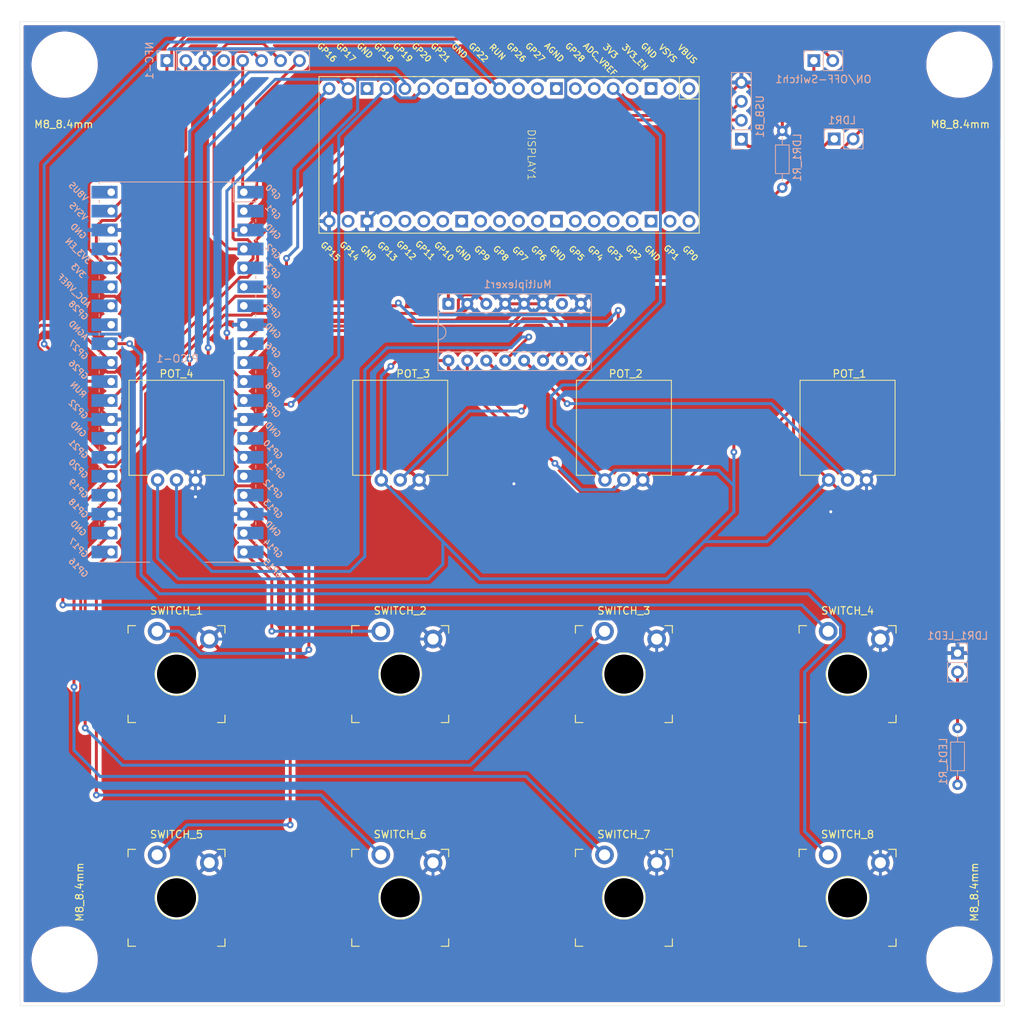
<source format=kicad_pcb>
(kicad_pcb (version 20241229) (generator "pcbnew") (generator_version "9.0")
  (layers (0 "F.Cu" signal) (2 "B.Cu" signal) (13 "F.Paste" user) (15 "B.Paste" user) (5 "F.SilkS" user "F.Silkscreen") (7 "B.SilkS" user "B.Silkscreen") (1 "F.Mask" user) (3 "B.Mask" user) (25 "Edge.Cuts" user))
  (net 0 "")
  (net 1 "GND")
  (net 2 "GP21")
  (net 3 "GP20")
  (net 4 "LED")
  (net 5 "Net-(Multiplexer1-A1)")
  (net 6 "3V3")
  (net 7 "Net-(Multiplexer1-S2)")
  (net 9 "Net-(Multiplexer1-A2)")
  (net 10 "POTS")
  (net 11 "Net-(Multiplexer1-S1)")
  (net 12 "Net-(Multiplexer1-A0)")
  (net 13 "Net-(Multiplexer1-S0)")
  (net 14 "Net-(Multiplexer1-A3)")
  (net 15 "GP22")
  (net 16 "Net-(NFC-1-MISO{slash}SCL{slash}TX)")
  (net 18 "Net-(NFC-1-SCK)")
  (net 19 "Net-(NFC-1-MOSI)")
  (net 20 "Net-(PICO-1-I2C1_SDA{slash}SPI0_SCK{slash}GP18)")
  (net 21 "Net-(DISPLAY1-RESET)")
  (net 23 "Net-(PICO-1-I2C1_SDA{slash}SPI1_SCK{slash}GP14)")
  (net 24 "Net-(PICO-1-UART0_TX{slash}I2C0_SDA{slash}SPI0_RX{slash}GP16)")
  (net 25 "Net-(PICO-1-UART0_RX{slash}I2C0_SCL{slash}SPI1_CSN{slash}GP13)")
  (net 26 "Net-(NFC-1-SS{slash}SDA{slash}RX)")
  (net 27 "Net-(DISPLAY1-BACKLIGHT_EN)")
  (net 28 "Net-(PICO-1-UART0_RX{slash}I2C0_SCL{slash}SPI0_CSN{slash}GP17)")
  (net 29 "Net-(DISPLAY1-LCD_SCLK)")
  (net 30 "Net-(PICO-1-I2C1_SCL{slash}SPI1_TX{slash}GP15)")
  (net 31 "Net-(DISPLAY1-LCD_MOSI)")
  (net 33 "Net-(PICO-1-I2C1_SCL{slash}SPI0_TX{slash}GP19)")
  (net 34 "Net-(DISPLAY1-LCD_DC)")
  (net 35 "Net-(DISPLAY1-LCD_CS)")
  (net 42 "Net-(Multiplexer1-A4)")
  (net 43 "+5V")
  (net 48 "Net-(PICO-1-I2C1_SCL{slash}ADC1{slash}GP27)")
  (net 54 "Net-(LDR1_LED1-A)")
  (net 55 "Net-(ON/OFF-Switch1A-A)")
  (footprint "Gateron:SW_Gateron_LowProfile_HotSwap_THT (1)" (layer "F.Cu") (at 69.75 106.7766)
    (property "Reference" "SWITCH_2" (hide yes))
    (property "Value" "SW_Push" (hide yes))
  )
  (footprint "PIM580:display-footprint" (layer "F.Cu") (at 86.85 37.14 -90)
    (property "Reference" "DISPLAY1")
    (property "Value" "~")
  )
  (footprint "Gateron:SW_Gateron_LowProfile_HotSwap_THT (1)" (layer "F.Cu") (at 69.75 136.7766)
    (property "Reference" "SWITCH_6" (hide yes))
    (property "Value" "SW_Push" (hide yes))
  )
  (footprint "Potentiometer_THT:Potentiometer_Vishay_148-149_Single_Vertical" (layer "F.Cu") (at 42.29 80.74 90)
    (property "Reference" "POT_4")
    (property "Value" "R_Potentiometer")
  )
  (footprint "Gateron:SW_Gateron_LowProfile_HotSwap_THT (1)" (layer "F.Cu") (at 99.75 106.7766)
    (property "Reference" "SWITCH_3" (hide yes))
    (property "Value" "SW_Push" (hide yes))
  )
  (footprint "MountingHole:MountingHole_8.4mm_M8_ETIMC" (layer "F.Cu") (at 144.75 25.04)
    (property "Reference" "MOUNTING_HOLE_2" (hide yes))
    (property "Value" "M8_8.4mm")
  )
  (footprint "Gateron:SW_Gateron_LowProfile_HotSwap_THT (1)" (layer "F.Cu") (at 39.75 136.7766)
    (property "Reference" "SWITCH_5" (hide yes))
    (property "Value" "SW_Push" (hide yes))
  )
  (footprint "Potentiometer_THT:Potentiometer_Vishay_148-149_Single_Vertical" (layer "F.Cu") (at 132.29 80.74 90)
    (property "Reference" "POT_1")
    (property "Value" "R_Potentiometer")
  )
  (footprint "Gateron:SW_Gateron_LowProfile_HotSwap_THT (1)" (layer "F.Cu") (at 39.75 106.7766)
    (property "Reference" "SWITCH_1" (hide yes))
    (property "Value" "SW_Push" (hide yes))
  )
  (footprint "MountingHole:MountingHole_8.4mm_M8_ETIMC" (layer "F.Cu") (at 24.75 25.04)
    (property "Reference" "MOUNTING_HOLE_1" (hide yes))
    (property "Value" "M8_8.4mm")
  )
  (footprint "Gateron:SW_Gateron_LowProfile_HotSwap_THT (1)" (layer "F.Cu") (at 99.75 136.7766)
    (property "Reference" "SWITCH_7" (hide yes))
    (property "Value" "SW_Push" (hide yes))
  )
  (footprint "Gateron:SW_Gateron_LowProfile_HotSwap_THT (1)" (layer "F.Cu") (at 129.75 106.7766)
    (property "Reference" "SWITCH_4" (hide yes))
    (property "Value" "SW_Push" (hide yes))
  )
  (footprint "Gateron:SW_Gateron_LowProfile_HotSwap_THT (1)" (layer "F.Cu") (at 129.75 136.7766)
    (property "Reference" "SWITCH_8" (hide yes))
    (property "Value" "SW_Push" (hide yes))
  )
  (footprint "MountingHole:MountingHole_8.4mm_M8_ETIMC" (layer "F.Cu") (at 24.75 145.04)
    (property "Reference" "MOUNTING_HOLE_3" (hide yes))
    (property "Value" "M8_8.4mm")
  )
  (footprint "Potentiometer_THT:Potentiometer_Vishay_148-149_Single_Vertical" (layer "F.Cu") (at 102.29 80.74 90)
    (property "Reference" "POT_2")
    (property "Value" "R_Potentiometer")
  )
  (footprint "MountingHole:MountingHole_8.4mm_M8_ETIMC" (layer "F.Cu") (at 144.75 145.04)
    (property "Reference" "MOUNTING_HOLE_4" (hide yes))
    (property "Value" "M8_8.4mm")
  )
  (footprint "Potentiometer_THT:Potentiometer_Vishay_148-149_Single_Vertical" (layer "F.Cu") (at 72.29 80.74 90)
    (property "Reference" "POT_3")
    (property "Value" "R_Potentiometer")
  )
  (footprint "Connector_PinHeader_2.54mm:PinHeader_1x02_P2.54mm_Vertical" (layer "B.Cu") (at 144.5 103.96 180)
    (property "Reference" "LDR1_LED1")
    (property "Value" "RED")
  )
  (footprint "Package_DIP:DIP-16_W7.62mm_Socket" (layer "B.Cu") (at 76.21 57.11 -90)
    (property "Reference" "Multiplexer1")
    (property "Value" "74HC4051")
  )
  (footprint "Connector_PinHeader_2.54mm:PinHeader_1x08_P2.54mm_Vertical" (layer "B.Cu") (at 38.46 24.5 -90)
    (property "Reference" "NFC-1")
    (property "Value" "RC522")
  )
  (footprint "Connector_PinHeader_2.54mm:PinHeader_1x04_P2.54mm_Vertical" (layer "B.Cu") (at 115.5 35.04)
    (property "Reference" "USB_B1")
    (property "Value" "USB_B")
  )
  (footprint "Resistor_THT:R_Axial_DIN0204_L3.6mm_D1.6mm_P7.62mm_Horizontal" (layer "B.Cu") (at 144.5 114 -90)
    (property "Reference" "LED1_R1")
    (property "Value" "120")
  )
  (footprint "Connector_PinHeader_2.54mm:PinHeader_1x02_P2.54mm_Vertical" (layer "B.Cu") (at 125.225 24.5 -90)
    (property "Reference" "ON/OFF-Switch1")
    (property "Value" "KCD1-101")
  )
  (footprint "Connector_PinHeader_2.54mm:PinHeader_1x02_P2.54mm_Vertical" (layer "B.Cu") (at 127.96 35 -90)
    (property "Reference" "LDR1")
    (property "Value" "LDR03")
  )
  (footprint "RASPBERRY_PI_PICO_W:pico-footprint" (layer "B.Cu") (at 39.88 66.2689 180)
    (property "Reference" "PICO-1")
    (property "Value" "RASPBERRY_PI_PICO_W")
  )
  (footprint "Resistor_THT:R_Axial_DIN0204_L3.6mm_D1.6mm_P7.62mm_Horizontal" (layer "B.Cu") (at 121 33.92 -90)
    (property "Reference" "LDR1_R1")
    (property "Value" "???")
  )
  (gr_rect (start 18.75 19.26) (end 150.75 151.26) (stroke (width 0.05)) (fill no) (layer "Edge.Cuts"))
  (gr_text "ETIMC Controller v6\nDe Danske Geder\nSpilTek 2022" (at 149.5 73 90) (layer "F.Cu") (effects (font (size 2.5 2.5) (thickness 0.5) (bold yes)) (justify left bottom)))
  (segment (start 43.54 24.5) (end 43.54 41.1789) (width 0.4) (layer "F.Cu") (net 1))
  (segment (start 80.64 59) (end 81.94 59) (width 0.4) (layer "F.Cu") (net 1))
  (segment (start 77 59.5) (end 49.1889 59.5) (width 0.4) (layer "F.Cu") (net 1))
  (segment (start 121 32.5) (end 121 33.92) (width 0.4) (layer "F.Cu") (net 1))
  (segment (start 81.5 83.5) (end 59.065054 83.5) (width 0.4) (layer "F.Cu") (net 1))
  (segment (start 48.77 47.2189) (end 64.9889 31) (width 0.4) (layer "F.Cu") (net 1))
  (segment (start 31.470182 56.0899) (end 24.560158 56.0899) (width 0.4) (layer "F.Cu") (net 1))
  (segment (start 43.54 41.1789) (end 37.5 47.2189) (width 0.4) (layer "F.Cu") (net 1))
  (segment (start 26.899 89.4099) (end 30.99 85.3189) (width 0.4) (layer "F.Cu") (net 1))
  (segment (start 48.539474 47.2189) (end 48.77 47.2189) (width 0.4) (layer "F.Cu") (net 1))
  (segment (start 46.174257 81.5279) (end 44.702157 83) (width 0.4) (layer "F.Cu") (net 1))
  (segment (start 30.471818 66.2879) (end 31.508182 66.2879) (width 0.4) (layer "F.Cu") (net 1))
  (segment (start 30.915404 72.6189) (end 21.149 62.852496) (width 0.4) (layer "F.Cu") (net 1))
  (segment (start 30.99 85.3189) (end 43.6811 85.3189) (width 0.4) (layer "F.Cu") (net 1))
  (segment (start 84.292 57.11) (end 86.37 57.11) (width 0.4) (layer "F.Cu") (net 1))
  (segment (start 49.1889 59.5) (end 48.77 59.9189) (width 0.4) (layer "F.Cu") (net 1))
  (segment (start 21.647504 61.649) (end 25.832918 61.649) (width 0.4) (layer "F.Cu") (net 1))
  (segment (start 92.789 55.909) (end 93.99 57.11) (width 0.4) (layer "F.Cu") (net 1))
  (segment (start 44.702157 83) (end 42.29 83) (width 0.4) (layer "F.Cu") (net 1))
  (segment (start 24.560158 56.0899) (end 19.899 60.751058) (width 0.4) (layer "F.Cu") (net 1))
  (segment (start 127.5 85) (end 89.5 85) (width 0.4) (layer "F.Cu") (net 1))
  (segment (start 19.899 103.602496) (end 25.647504 109.351) (width 0.4) (layer "F.Cu") (net 1))
  (segment (start 78.75 57.11) (end 80.64 59) (width 0.4) (layer "F.Cu") (net 1))
  (segment (start 64.9889 31) (end 111.88 31) (width 0.4) (layer "F.Cu") (net 1))
  (segment (start 34.3099 58.929618) (end 31.470182 56.0899) (width 0.4) (layer "F.Cu") (net 1))
  (segment (start 85.75 81.25) (end 85 81.25) (width 0.4) (layer "F.Cu") (net 1))
  (segment (start 83.75 81.25) (end 81.5 83.5) (width 0.4) (layer "F.Cu") (net 1))
  (segment (start 21.149 62.147504) (end 21.647504 61.649) (width 0.4) (layer "F.Cu") (net 1))
  (segment (start 90.111 55.909) (end 92.789 55.909) (width 0.4) (layer "F.Cu") (net 1))
  (segment (start 34.3099 63.486182) (end 34.3099 58.929618) (width 0.4) (layer "F.Cu") (net 1))
  (segment (start 86.37 57.11) (end 88.91 57.11) (width 0.4) (layer "F.Cu") (net 1))
  (segment (start 78.75 57.75) (end 77 59.5) (width 0.4) (layer "F.Cu") (net 1))
  (segment (start 89.5 85) (end 85.75 81.25) (width 0.4) (layer "F.Cu") (net 1))
  (segment (start 43.6089 85.3189) (end 43.6811 85.3189) (width 0.4) (layer "F.Cu") (net 1))
  (segment (start 111.88 31) (end 115.5 27.38) (width 0.4) (layer "F.Cu") (net 1))
  (segment (start 59.065054 83.5) (end 57.092954 81.5279) (width 0.4) (layer "F.Cu") (net 1))
  (segment (start 21.149 62.852496) (end 21.149 62.147504) (width 0.4) (layer "F.Cu") (net 1))
  (segment (start 26.899 109) (end 26.899 89.4099) (width 0.4) (layer "F.Cu") (net 1))
  (segment (start 19.899 60.751058) (end 19.899 103.602496) (width 0.4) (layer "F.Cu") (net 1))
  (segment (start 115.5 27.42) (end 115.92 27.42) (width 0.4) (layer "F.Cu") (net 1))
  (segment (start 78.75 57.11) (end 78.75 57.75) (width 0.4) (layer "F.Cu") (net 1))
  (segment (start 42.29 84) (end 43.6089 85.3189) (width 0.4) (layer "F.Cu") (net 1))
  (segment (start 30.99 72.6189) (end 30.915404 72.6189) (width 0.4) (layer "F.Cu") (net 1))
  (segment (start 43.6811 85.3189) (end 48.77 85.3189) (width 0.4) (layer "F.Cu") (net 1))
  (segment (start 26.548 109.351) (end 26.899 109) (width 0.4) (layer "F.Cu") (net 1))
  (segment (start 57.092954 81.5279) (end 46.174257 81.5279) (width 0.4) (layer "F.Cu") (net 1))
  (segment (start 85 81.25) (end 83.75 81.25) (width 0.4) (layer "F.Cu") (net 1))
  (segment (start 115.92 27.42) (end 121 32.5) (width 0.4) (layer "F.Cu") (net 1))
  (segment (start 25.832918 61.649) (end 30.471818 66.2879) (width 0.4) (layer "F.Cu") (net 1))
  (segment (start 37.5 47.2189) (end 30.99 47.2189) (width 0.4) (layer "F.Cu") (net 1))
  (segment (start 81.94 59) (end 83.83 57.11) (width 0.4) (layer "F.Cu") (net 1))
  (segment (start 25.647504 109.351) (end 26.548 109.351) (width 0.4) (layer "F.Cu") (net 1))
  (segment (start 42.29 83) (end 42.29 84) (width 0.4) (layer "F.Cu") (net 1))
  (segment (start 31.508182 66.2879) (end 34.3099 63.486182) (width 0.4) (layer "F.Cu") (net 1))
  (segment (start 88.91 57.11) (end 90.111 55.909) (width 0.4) (layer "F.Cu") (net 1))
  (via (at 42.29 83) (size 0.9) (drill 0.4) (layers "F.Cu" "B.Cu") (net 1))
  (via (at 85 81.25) (size 0.9) (drill 0.4) (layers "F.Cu" "B.Cu") (net 1))
  (via (at 127.5 85) (size 0.9) (drill 0.4) (layers "F.Cu" "B.Cu") (net 1))
  (segment (start 101.449 99.3756) (end 104.15 102.0766) (width 0.4) (layer "B.Cu") (net 1))
  (segment (start 131 145.5) (end 107.5 145.5) (width 0.4) (layer "B.Cu") (net 1))
  (segment (start 89.5 21) (end 91.951 23.451) (width 0.4) (layer "B.Cu") (net 1))
  (segment (start 130 85) (end 132.29 82.71) (width 0.4) (layer "B.Cu") (net 1))
  (segment (start 42.29 80.74) (end 42.29 83) (width 0.4) (layer "B.Cu") (net 1))
  (segment (start 20 64) (end 20 38.5) (width 0.4) (layer "B.Cu") (net 1))
  (segment (start 76.851 99.3756) (end 101.449 99.3756) (width 0.4) (layer "B.Cu") (net 1))
  (segment (start 74.15 132.0766) (end 74.15 142.15) (width 0.4) (layer "B.Cu") (net 1))
  (segment (start 91.951 29.501) (end 79.952 41.5) (width 0.4) (layer "B.Cu") (net 1))
  (segment (start 104.15 132.0766) (end 104.15 142.15) (width 0.4) (layer "B.Cu") (net 1))
  (segment (start 70.679133 102.0766) (end 74.15 102.0766) (width 0.4) (layer "B.Cu") (net 1))
  (segment (start 42.29 80.74) (end 42.29 68.7169) (width 0.4) (layer "B.Cu") (net 1))
  (segment (start 61.821867 102.6776) (end 70.078133 102.6776) (width 0.4) (layer "B.Cu") (net 1))
  (segment (start 132.29 82.71) (end 132.29 80.74) (width 0.4) (layer "B.Cu") (net 1))
  (segment (start 104.15 142.15) (end 107.5 145.5) (width 0.4) (layer "B.Cu") (net 1))
  (segment (start 42.29 68.7169) (end 34.743 61.1699) (width 0.4) (layer "B.Cu") (net 1))
  (segment (start 74.15 142.15) (end 77.5 145.5) (width 0.4) (layer "B.Cu") (net 1))
  (segment (start 88.142 82.642) (end 90 82.642) (width 0.4) (layer "B.Cu") (net 1))
  (segment (start 104.15 102.0766) (end 104.15 132.0766) (width 0.4) (layer "B.Cu") (net 1))
  (segment (start 90 82.642) (end 100.388 82.642) (width 0.4) (layer "B.Cu") (net 1))
  (segment (start 57.5734 145.5) (end 44.15 132.0766) (width 0.4) (layer "B.Cu") (net 1))
  (segment (start 70.078133 102.6776) (end 70.679133 102.0766) (width 0.4) (layer "B.Cu") (net 1))
  (segment (start 127.5 85) (end 130 85) (width 0.4) (layer "B.Cu") (net 1))
  (segment (start 91.951 23.451) (end 91.951 29.501) (width 0.4) (layer "B.Cu") (net 1))
  (segment (start 21.5 65.5) (end 20 64) (width 0.4) (layer "B.Cu") (net 1))
  (segment (start 77.5 145.5) (end 57.5734 145.5) (width 0.4) (layer "B.Cu") (net 1))
  (segment (start 50.532 72.6189) (end 48.77 72.6189) (width 0.4) (layer "B.Cu") (net 1))
  (segment (start 74.15 102.0766) (end 76.851 99.3756) (width 0.4) (layer "B.Cu") (net 1))
  (segment (start 20 38.5) (end 37.5 21) (width 0.4) (layer "B.Cu") (net 1))
  (segment (start 134.15 132.0766) (end 134.15 102.0766) (width 0.4) (layer "B.Cu") (net 1))
  (segment (start 23.5 65.5) (end 21.5 65.5) (width 0.4) (layer "B.Cu") (net 1))
  (segment (start 72.29 80.74) (end 74.192 82.642) (width 0.4) (layer "B.Cu") (net 1))
  (segment (start 100.388 82.642) (end 102.29 80.74) (width 0.4) (layer "B.Cu") (net 1))
  (segment (start 74.192 82.642) (end 90 82.642) (width 0.4) (layer "B.Cu") (net 1))
  (segment (start 37.5 21) (end 89.5 21) (width 0.4) (layer "B.Cu") (net 1))
  (segment (start 85 81.25) (end 86.75 81.25) (width 0.4) (layer "B.Cu") (net 1))
  (segment (start 44.15 102.0766) (end 61.220867 102.0766) (width 0.4) (layer "B.Cu") (net 1))
  (segment (start 61.220867 102.0766) (end 61.821867 102.6776) (width 0.4) (layer "B.Cu") (net 1))
  (segment (start 27.8301 61.1699) (end 23.5 65.5) (width 0.4) (layer "B.Cu") (net 1))
  (segment (start 134.15 142.35) (end 131 145.5) (width 0.4) (layer "B.Cu") (net 1))
  (segment (start 34.743 61.1699) (end 27.8301 61.1699) (width 0.4) (layer "B.Cu") (net 1))
  (segment (start 86.75 81.25) (end 88.142 82.642) (width 0.4) (layer "B.Cu") (net 1))
  (segment (start 69.83 41.5) (end 65.3 46.03) (width 0.4) (layer "B.Cu") (net 1))
  (segment (start 107.5 145.5) (end 77.5 145.5) (width 0.4) (layer "B.Cu") (net 1))
  (segment (start 134.15 132.0766) (end 134.15 142.35) (width 0.4) (layer "B.Cu") (net 1))
  (segment (start 79.952 41.5) (end 69.83 41.5) (width 0.4) (layer "B.Cu") (net 1))
  (segment (start 67.141 31.859) (end 67 32) (width 0.4) (layer "F.Cu") (net 2))
  (segment (start 50.021 52.817082) (end 49.288182 53.5499) (width 0.4) (layer "F.Cu") (net 2))
  (segment (start 49.288182 53.5499) (end 48.289818 53.5499) (width 0.4) (layer "F.Cu") (net 2))
  (segment (start 48.289818 53.5499) (end 33.5 68.339718) (width 0.4) (layer "F.Cu") (net 2))
  (segment (start 50.622 48.991776) (end 50.622 51.296842) (width 0.4) (layer "F.Cu") (net 2))
  (segment (start 67 32) (end 50.315112 48.684888) (width 0.4) (layer "F.Cu") (net 2))
  (segment (start 50.315112 48.684888) (end 50.622 48.991776) (width 0.4) (layer "F.Cu") (net 2))
  (segment (start 50.021 51.897842) (end 50.021 52.817082) (width 0.4) (layer "F.Cu") (net 2))
  (segment (start 33.5 68.339718) (end 33.5 72.6489) (width 0.4) (layer "F.Cu") (net 2))
  (segment (start 33.5 72.6489) (end 30.99 75.1589) (width 0.4) (layer "F.Cu") (net 2))
  (segment (start 50.622 51.296842) (end 50.021 51.897842) (width 0.4) (layer "F.Cu") (net 2))
  (segment (start 113.561 31.859) (end 67.141 31.859) (width 0.4) (layer "F.Cu") (net 2))
  (segment (start 115.5 29.92) (end 113.561 31.859) (width 0.4) (layer "F.Cu") (net 2))
  (segment (start 67.899 33.101) (end 57.624 43.376) (width 0.4) (layer "F.Cu") (net 3))
  (segment (start 57.624 50.876) (end 52.4101 56.0899) (width 0.4) (layer "F.Cu") (net 3))
  (segment (start 68.54 32.46) (end 67.899 33.101) (width 0.4) (layer "F.Cu") (net 3))
  (segment (start 115.5 32.46) (end 68.54 32.46) (width 0.4) (layer "F.Cu") (net 3))
  (segment (start 52.4101 56.0899) (end 47.6581 56.0899) (width 0.4) (layer "F.Cu") (net 3))
  (segment (start 35 73.6889) (end 30.99 77.6989) (width 0.4) (layer "F.Cu") (net 3))
  (segment (start 47.6581 56.0899) (end 35 68.748) (width 0.4) (layer "F.Cu") (net 3))
  (segment (start 35 68.748) (end 35 73.6889) (width 0.4) (layer "F.Cu") (net 3))
  (segment (start 57.624 43.376) (end 57.624 50.876) (width 0.4) (layer "F.Cu") (net 3))
  (segment (start 86.5 71) (end 86.5 69.94) (width 0.4) (layer "F.Cu") (net 5))
  (segment (start 86.5 69.94) (end 81.29 64.73) (width 0.4) (layer "F.Cu") (net 5))
  (segment (start 86 71.5) (end 86.5 71) (width 0.4) (layer "F.Cu") (net 5))
  (via (at 86 71.5) (size 0.9) (drill 0.4) (layers "F.Cu" "B.Cu") (net 5))
  (segment (start 78.99 71.5) (end 86 71.5) (width 0.4) (layer "B.Cu") (net 5))
  (segment (start 69.75 80.74) (end 78.99 71.5) (width 0.4) (layer "B.Cu") (net 5))
  (segment (start 114.5 74.5) (end 119 74.5) (width 0.4) (layer "F.Cu") (net 6))
  (segment (start 131.651 23.249) (end 129.402 21) (width 0.4) (layer "F.Cu") (net 6))
  (segment (start 38.46 30.54) (end 28 41) (width 0.4) (layer "F.Cu") (net 6))
  (segment (start 76.21 65.86137) (end 93.84863 83.5) (width 0.4) (layer "F.Cu") (net 6))
  (segment (start 28 49.769953) (end 30.528947 52.2989) (width 0.4) (layer "F.Cu") (net 6))
  (segment (start 122.5 71) (end 122.5 70) (width 0.4) (layer "F.Cu") (net 6))
  (segment (start 76.21 64.73) (end 76.21 65.86137) (width 0.4) (layer "F.Cu") (net 6))
  (segment (start 122.5 70) (end 122.5 42.86) (width 0.4) (layer "F.Cu") (net 6))
  (segment (start 68.5 65.5) (end 69.27 64.73) (width 0.4) (layer "F.Cu") (net 6))
  (segment (start 119 74.5) (end 122.5 71) (width 0.4) (layer "F.Cu") (net 6))
  (segment (start 28 41) (end 28 49.769953) (width 0.4) (layer "F.Cu") (net 6))
  (segment (start 122.5 42.86) (end 131.651 33.709) (width 0.4) (layer "F.Cu") (net 6))
  (segment (start 93.84863 83.5) (end 105.5 83.5) (width 0.4) (layer "F.Cu") (net 6))
  (segment (start 122.5 76) (end 122.5 70) (width 0.4) (layer "F.Cu") (net 6))
  (segment (start 38.46 24.5) (end 38.46 30.54) (width 0.4) (layer "F.Cu") (net 6))
  (segment (start 39.11 23.000058) (end 39.11 23.85) (width 0.4) (layer "F.Cu") (net 6))
  (segment (start 30.528947 52.2989) (end 30.99 52.2989) (width 0.4) (layer "F.Cu") (net 6))
  (segment (start 105.5 83.5) (end 114.5 74.5) (width 0.4) (layer "F.Cu") (net 6))
  (segment (start 41.110058 21) (end 39.11 23.000058) (width 0.4) (layer "F.Cu") (net 6))
  (segment (start 144.5 119) (end 140 114.5) (width 0.4) (layer "F.Cu") (net 6))
  (segment (start 131.651 33.709) (end 131.651 23.249) (width 0.4) (layer "F.Cu") (net 6))
  (segment (start 129.402 21) (end 41.110058 21) (width 0.4) (layer "F.Cu") (net 6))
  (segment (start 39.11 23.85) (end 38.46 24.5) (width 0.4) (layer "F.Cu") (net 6))
  (segment (start 69.27 64.73) (end 76.21 64.73) (width 0.4) (layer "F.Cu") (net 6))
  (segment (start 140 114.5) (end 140 93.5) (width 0.4) (layer "F.Cu") (net 6))
  (segment (start 114.5 74.5) (end 114.5 77) (width 0.4) (layer "F.Cu") (net 6))
  (segment (start 144.5 121.62) (end 144.5 119) (width 0.4) (layer "F.Cu") (net 6))
  (segment (start 140 93.5) (end 122.5 76) (width 0.4) (layer "F.Cu") (net 6))
  (via (at 68.5 65.5) (size 0.9) (drill 0.4) (layers "F.Cu" "B.Cu") (net 6))
  (via (at 114.5 77) (size 0.9) (drill 0.4) (layers "F.Cu" "B.Cu") (net 6))
  (segment (start 75.47 89) (end 67.21 80.74) (width 0.4) (layer "B.Cu") (net 6))
  (segment (start 93.5 68) (end 104.651 56.849) (width 0.4) (layer "B.Cu") (net 6))
  (segment (start 67.21 80.74) (end 67.21 66.79) (width 0.4) (layer "B.Cu") (net 6))
  (segment (start 97.21 80.74) (end 98.511 79.439) (width 0.4) (layer "B.Cu") (net 6))
  (segment (start 97.21 80.74) (end 90 73.53) (width 0.4) (layer "B.Cu") (net 6))
  (segment (start 90 73.53) (end 90 69.5) (width 0.4) (layer "B.Cu") (net 6))
  (segment (start 67.21 66.79) (end 68.5 65.5) (width 0.4) (layer "B.Cu") (net 6))
  (segment (start 98.511 79.439) (end 112.439 79.439) (width 0.4) (layer "B.Cu") (net 6))
  (segment (start 105.5 94) (end 80.47 94) (width 0.4) (layer "B.Cu") (net 6))
  (segment (start 127.21 80.74) (end 118.95 89) (width 0.4) (layer "B.Cu") (net 6))
  (segment (start 80.47 94) (end 75.47 89) (width 0.4) (layer "B.Cu") (net 6))
  (segment (start 90 69.5) (end 91.5 68) (width 0.4) (layer "B.Cu") (net 6))
  (segment (start 37.21 91.21) (end 37.21 80.74) (width 0.4) (layer "B.Cu") (net 6))
  (segment (start 114.5 85) (end 110.5 89) (width 0.4) (layer "B.Cu") (net 6))
  (segment (start 104.651 34.581) (end 98.32 28.25) (width 0.4) (layer "B.Cu") (net 6))
  (segment (start 75.47 89) (end 75.47 92.03) (width 0.4) (layer "B.Cu") (net 6))
  (segment (start 75.47 92.03) (end 73.5 94) (width 0.4) (layer "B.Cu") (net 6))
  (segment (start 114.5 81.5) (end 114.5 85) (width 0.4) (layer "B.Cu") (net 6))
  (segment (start 91.5 68) (end 93.5 68) (width 0.4) (layer "B.Cu") (net 6))
  (segment (start 40 94) (end 37.21 91.21) (width 0.4) (layer "B.Cu") (net 6))
  (segment (start 110.5 89) (end 105.5 94) (width 0.4) (layer "B.Cu") (net 6))
  (segment (start 118.95 89) (end 110.5 89) (width 0.4) (layer "B.Cu") (net 6))
  (segment (start 112.439 79.439) (end 114.5 81.5) (width 0.4) (layer "B.Cu") (net 6))
  (segment (start 73.5 94) (end 40 94) (width 0.4) (layer "B.Cu") (net 6))
  (segment (start 114.5 77) (end 114.5 81.5) (width 0.4) (layer "B.Cu") (net 6))
  (segment (start 104.651 56.849) (end 104.651 34.581) (width 0.4) (layer "B.Cu") (net 6))
  (segment (start 99 59.72) (end 93.99 64.73) (width 0.4) (layer "F.Cu") (net 7))
  (segment (start 69.1211 57.3789) (end 69.5 57) (width 0.4) (layer "F.Cu") (net 7))
  (segment (start 99 58) (end 99 59.72) (width 0.4) (layer "F.Cu") (net 7))
  (segment (start 48.77 57.3789) (end 69.1211 57.3789) (width 0.4) (layer "F.Cu") (net 7))
  (via (at 99 58) (size 0.9) (drill 0.4) (layers "F.Cu" "B.Cu") (net 7))
  (via (at 69.5 57) (size 0.9) (drill 0.4) (layers "F.Cu" "B.Cu") (net 7))
  (segment (start 69.5 57) (end 72 59.5) (width 0.4) (layer "B.Cu") (net 7))
  (segment (start 72 59.5) (end 97.5 59.5) (width 0.4) (layer "B.Cu") (net 7))
  (segment (start 97.5 59.5) (end 99 58) (width 0.4) (layer "B.Cu") (net 7))
  (segment (start 90.5 78.5) (end 78.75 66.75) (width 0.4) (layer "F.Cu") (net 9))
  (segment (start 78.75 66.75) (end 78.75 64.73) (width 0.4) (layer "F.Cu") (net 9))
  (via (at 90.5 78.5) (size 0.9) (drill 0.4) (layers "F.Cu" "B.Cu") (net 9))
  (segment (start 96.061 82.041) (end 94.041 82.041) (width 0.4) (layer "B.Cu") (net 9))
  (segment (start 94.041 82.041) (end 90.5 78.5) (width 0.4) (layer "B.Cu") (net 9))
  (segment (start 98.449 82.041) (end 96.061 82.041) (width 0.4) (layer "B.Cu") (net 9))
  (segment (start 99.75 80.74) (end 98.449 82.041) (width 0.4) (layer "B.Cu") (net 9))
  (segment (start 81.29 57.11) (end 80.089 55.909) (width 0.4) (layer "F.Cu") (net 10))
  (segment (start 77.549 58.101058) (end 77.251058 58.399) (width 0.4) (layer "F.Cu") (net 10))
  (segment (start 46.166604 58.6299) (end 35.601 69.195504) (width 0.4) (layer "F.Cu") (net 10))
  (segment (start 50 58.399) (end 49.7691 58.6299) (width 0.4) (layer "F.Cu") (net 10))
  (segment (start 49.7691 58.6299) (end 46.166604 58.6299) (width 0.4) (layer "F.Cu") (net 10))
  (segment (start 78.252529 55.909) (end 77.549 56.612529) (width 0.4) (layer "F.Cu") (net 10))
  (segment (start 25.9911 60) (end 30.99 64.9989) (width 0.4) (layer "F.Cu") (net 10))
  (segment (start 20.5 61) (end 21.5 60) (width 0.4) (layer "F.Cu") (net 10))
  (segment (start 35.601 74.857082) (end 31.508182 78.9499) (width 0.4) (layer "F.Cu") (net 10))
  (segment (start 77.251058 58.399) (end 50 58.399) (width 0.4) (layer "F.Cu") (net 10))
  (segment (start 30.471818 78.9499) (end 20.5 68.978082) (width 0.4) (layer "F.Cu") (net 10))
  (segment (start 35.601 69.195504) (end 35.601 74.857082) (width 0.4) (layer "F.Cu") (net 10))
  (segment (start 31.508182 78.9499) (end 31.5 78.9499) (width 0.4) (layer "F.Cu") (net 10))
  (segment (start 20.5 68.978082) (end 20.5 61) (width 0.4) (layer "F.Cu") (net 10))
  (segment (start 21.5 60) (end 25.9911 60) (width 0.4) (layer "F.Cu") (net 10))
  (segment (start 77.549 56.612529) (end 77.549 58.101058) (width 0.4) (layer "F.Cu") (net 10))
  (segment (start 80.089 55.909) (end 78.252529 55.909) (width 0.4) (layer "F.Cu") (net 10))
  (segment (start 31.5 78.9499) (end 30.471818 78.9499) (width 0.4) (layer "F.Cu") (net 10))
  (segment (start 48.77 62.4589) (end 51.1279 60.101) (width 0.4) (layer "F.Cu") (net 11))
  (segment (start 91.45 59.95) (end 91.45 64.73) (width 0.4) (layer "F.Cu") (net 11))
  (segment (start 84.399 60.101) (end 86 58.5) (width 0.4) (layer "F.Cu") (net 11))
  (segment (start 90 58.5) (end 91.45 59.95) (width 0.4) (layer "F.Cu") (net 11))
  (segment (start 86 58.5) (end 90 58.5) (width 0.4) (layer "F.Cu") (net 11))
  (segment (start 51.1279 60.101) (end 84.399 60.101) (width 0.4) (layer "F.Cu") (net 11))
  (segment (start 87 61.56) (end 83.83 64.73) (width 0.4) (layer "F.Cu") (net 12))
  (via (at 87 61.56) (size 0.9) (drill 0.4) (layers "F.Cu" "B.Cu") (net 12))
  (segment (start 65 91) (end 63 93) (width 0.4) (layer "B.Cu") (net 12))
  (segment (start 65 66) (end 65 91) (width 0.4) (layer "B.Cu") (net 12))
  (segment (start 63 93) (end 44.5 93) (width 0.4) (layer "B.Cu") (net 12))
  (segment (start 68 63) (end 65 66) (width 0.4) (layer "B.Cu") (net 12))
  (segment (start 87 61.56) (end 86.066 61.56) (width 0.4) (layer "B.Cu") (net 12))
  (segment (start 86.066 61.56) (end 84.626 63) (width 0.4) (layer "B.Cu") (net 12))
  (segment (start 44.5 93) (end 39.75 88.25) (width 0.4) (layer "B.Cu") (net 12))
  (segment (start 84.626 63) (end 68 63) (width 0.4) (layer "B.Cu") (net 12))
  (segment (start 39.75 88.25) (end 39.75 80.74) (width 0.4) (layer "B.Cu") (net 12))
  (segment (start 90 63.64) (end 88.91 64.73) (width 0.4) (layer "F.Cu") (net 13))
  (segment (start 84.647942 60.702) (end 86.248942 59.101) (width 0.4) (layer "F.Cu") (net 13))
  (segment (start 89.101 59.101) (end 90 60) (width 0.4) (layer "F.Cu") (net 13))
  (segment (start 90 60) (end 90 63.64) (width 0.4) (layer "F.Cu") (net 13))
  (segment (start 48.77 64.9989) (end 53.0669 60.702) (width 0.4) (layer "F.Cu") (net 13))
  (segment (start 86.248942 59.101) (end 89.101 59.101) (width 0.4) (layer "F.Cu") (net 13))
  (segment (start 53.0669 60.702) (end 84.647942 60.702) (width 0.4) (layer "F.Cu") (net 13))
  (segment (start 92.14 70.5) (end 86.37 64.73) (width 0.4) (layer "F.Cu") (net 14))
  (via (at 92.14 70.5) (size 0.9) (drill 0.4) (layers "F.Cu" "B.Cu") (net 14))
  (segment (start 129.75 80.74) (end 119.51 70.5) (width 0.4) (layer "B.Cu") (net 14))
  (segment (start 119.51 70.5) (end 92.14 70.5) (width 0.4) (layer "B.Cu") (net 14))
  (segment (start 41 24.5) (end 41 36.438082) (width 0.4) (layer "F.Cu") (net 15))
  (segment (start 29.777 45.9299) (end 29 46.7069) (width 0.4) (layer "F.Cu") (net 15))
  (segment (start 41 36.438082) (end 31.508182 45.9299) (width 0.4) (layer "F.Cu") (net 15))
  (segment (start 29 46.7069) (end 29 49.538082) (width 0.4) (layer "F.Cu") (net 15))
  (segment (start 36 55.539718) (end 36 64.989776) (width 0.4) (layer "F.Cu") (net 15))
  (segment (start 36 64.989776) (end 30.99 69.999776) (width 0.4) (layer "F.Cu") (net 15))
  (segment (start 29 49.538082) (end 30.471818 51.0099) (width 0.4) (layer "F.Cu") (net 15))
  (segment (start 30.471818 51.0099) (end 31.470182 51.0099) (width 0.4) (layer "F.Cu") (net 15))
  (segment (start 31.508182 45.9299) (end 29.777 45.9299) (width 0.4) (layer "F.Cu") (net 15))
  (segment (start 31.470182 51.0099) (end 36 55.539718) (width 0.4) (layer "F.Cu") (net 15))
  (segment (start 30.99 69.999776) (end 30.99 70.0789) (width 0.4) (layer "F.Cu") (net 15))
  (segment (start 48.62 41.9889) (end 48.77 42.1389) (width 0.4) (layer "F.Cu") (net 16))
  (segment (start 48.62 24.5) (end 48.62 41.9889) (width 0.4) (layer "F.Cu") (net 16))
  (segment (start 44.791 47.791) (end 46.7589 49.7589) (width 0.4) (layer "F.Cu") (net 18))
  (segment (start 51.402 22.202) (end 46.570818 22.202) (width 0.4) (layer "F.Cu") (net 18))
  (segment (start 53.7 24.5) (end 51.402 22.202) (width 0.4) (layer "F.Cu") (net 18))
  (segment (start 46.7589 49.7589) (end 48.77 49.7589) (width 0.4) (layer "F.Cu") (net 18))
  (segment (start 46.570818 22.202) (end 44.791 23.981818) (width 0.4) (layer "F.Cu") (net 18))
  (segment (start 44.791 23.981818) (end 44.791 47.791) (width 0.4) (layer "F.Cu") (net 18))
  (segment (start 47.331 48.2819) (end 47.557 48.5079) (width 0.4) (layer "F.Cu") (net 19))
  (segment (start 47.331 23.669) (end 47.331 48.2819) (width 0.4) (layer "F.Cu") (net 19))
  (segment (start 49.288182 48.5079) (end 50.021 49.240718) (width 0.4) (layer "F.Cu") (net 19))
  (segment (start 47.557 48.5079) (end 49.288182 48.5079) (width 0.4) (layer "F.Cu") (net 19))
  (segment (start 50.021 49.240718) (end 50.021 51.0479) (width 0.4) (layer "F.Cu") (net 19))
  (segment (start 49.909 23.249) (end 47.751 23.249) (width 0.4) (layer "F.Cu") (net 19))
  (segment (start 50.021 51.0479) (end 48.77 52.2989) (width 0.4) (layer "F.Cu") (net 19))
  (segment (start 47.751 23.249) (end 47.331 23.669) (width 0.4) (layer "F.Cu") (net 19))
  (segment (start 51.16 24.5) (end 49.909 23.249) (width 0.4) (layer "F.Cu") (net 19))
  (segment (start 26 108.5) (end 26 87.7689) (width 0.4) (layer "F.Cu") (net 20))
  (segment (start 26 87.7689) (end 30.99 82.7789) (width 0.4) (layer "F.Cu") (net 20))
  (via (at 26 108.5) (size 0.9) (drill 0.4) (layers "F.Cu" "B.Cu") (net 20))
  (segment (start 29.5 120.5) (end 26 117) (width 0.4) (layer "B.Cu") (net 20))
  (segment (start 26 117) (end 26 116) (width 0.4) (layer "B.Cu") (net 20))
  (segment (start 29.5 120.5) (end 86.6234 120.5) (width 0.4) (layer "B.Cu") (net 20))
  (segment (start 26 108.5) (end 26 116) (width 0.4) (layer "B.Cu") (net 20))
  (segment (start 86.6234 120.5) (end 97.15 131.0266) (width 0.4) (layer "B.Cu") (net 20))
  (segment (start 27 67.5) (end 30.9511 67.5) (width 0.4) (layer "F.Cu") (net 21))
  (segment (start 22 62.5) (end 27 67.5) (width 0.4) (layer "F.Cu") (net 21))
  (segment (start 30.9511 67.5) (end 30.99 67.5389) (width 0.4) (layer "F.Cu") (net 21))
  (via (at 22 62.5) (size 0.9) (drill 0.4) (layers "F.Cu" "B.Cu") (net 21))
  (segment (start 38.458 22) (end 22 38.458) (width 0.4) (layer "B.Cu") (net 21))
  (segment (start 76.83 22) (end 38.458 22) (width 0.4) (layer "B.Cu") (net 21))
  (segment (start 22 40.5) (end 22 62.5) (width 0.4) (layer "B.Cu") (net 21))
  (segment (start 83.08 28.25) (end 76.83 22) (width 0.4) (layer "B.Cu") (net 21))
  (segment (start 22 38.458) (end 22 40.5) (width 0.4) (layer "B.Cu") (net 21))
  (segment (start 55 127) (end 55 94.0889) (width 0.4) (layer "F.Cu") (net 23))
  (segment (start 55 94.0889) (end 48.77 87.8589) (width 0.4) (layer "F.Cu") (net 23))
  (via (at 55 127) (size 0.9) (drill 0.4) (layers "F.Cu" "B.Cu") (net 23))
  (segment (start 37.15 131.0266) (end 41.1766 127) (width 0.4) (layer "B.Cu") (net 23))
  (segment (start 41.1766 127) (end 55 127) (width 0.4) (layer "B.Cu") (net 23))
  (segment (start 29 92.3889) (end 30.99 90.3989) (width 0.4) (layer "F.Cu") (net 24))
  (segment (start 29 123) (end 29 92.3889) (width 0.4) (layer "F.Cu") (net 24))
  (via (at 29 123) (size 0.9) (drill 0.4) (layers "F.Cu" "B.Cu") (net 24))
  (segment (start 29 123) (end 59.1234 123) (width 0.4) (layer "B.Cu") (net 24))
  (segment (start 59.1234 123) (end 67.15 131.0266) (width 0.4) (layer "B.Cu") (net 24))
  (segment (start 57.5 103.5) (end 57.5 91.5089) (width 0.4) (layer "F.Cu") (net 25))
  (segment (start 57.5 91.5089) (end 48.77 82.7789) (width 0.4) (layer "F.Cu") (net 25))
  (via (at 57.5 103.5) (size 0.9) (drill 0.4) (layers "F.Cu" "B.Cu") (net 25))
  (segment (start 43 104) (end 40.0266 101.0266) (width 0.4) (layer "B.Cu") (net 25))
  (segment (start 57.5 103.5) (end 57 104) (width 0.4) (layer "B.Cu") (net 25))
  (segment (start 40.0266 101.0266) (end 37.15 101.0266) (width 0.4) (layer "B.Cu") (net 25))
  (segment (start 57 104) (end 43 104) (width 0.4) (layer "B.Cu") (net 25))
  (segment (start 50.5 42.9489) (end 50.5 30.24) (width 0.4) (layer "F.Cu") (net 26))
  (segment (start 50.5 30.24) (end 56.24 24.5) (width 0.4) (layer "F.Cu") (net 26))
  (segment (start 48.77 44.6789) (end 50.5 42.9489) (width 0.4) (layer "F.Cu") (net 26))
  (segment (start 54.5 52.5) (end 52.1611 54.8389) (width 0.4) (layer "F.Cu") (net 27))
  (segment (start 54.5 51) (end 54.5 52.5) (width 0.4) (layer "F.Cu") (net 27))
  (segment (start 52.1611 54.8389) (end 48.77 54.8389) (width 0.4) (layer "F.Cu") (net 27))
  (via (at 54.5 51) (size 0.9) (drill 0.4) (layers "F.Cu" "B.Cu") (net 27))
  (segment (start 64.049 26.999) (end 68.358182 26.999) (width 0.4) (layer "B.Cu") (net 27))
  (segment (start 54.5 51) (end 56 49.5) (width 0.4) (layer "B.Cu") (net 27))
  (segment (start 69.091 28.768182) (end 69.822818 29.5) (width 0.4) (layer "B.Cu") (net 27))
  (segment (start 69.091 27.731818) (end 69.091 28.768182) (width 0.4) (layer "B.Cu") (net 27))
  (segment (start 56 49.5) (end 56 39.240058) (width 0.4) (layer "B.Cu") (net 27))
  (segment (start 64.049 31.191058) (end 64.049 26.999) (width 0.4) (layer "B.Cu") (net 27))
  (segment (start 69.822818 29.5) (end 71.67 29.5) (width 0.4) (layer "B.Cu") (net 27))
  (segment (start 56 39.240058) (end 64.049 31.191058) (width 0.4) (layer "B.Cu") (net 27))
  (segment (start 50.532 54.8389) (end 48.77 54.8389) (width 0.4) (layer "B.Cu") (net 27))
  (segment (start 71.67 29.5) (end 72.92 28.25) (width 0.4) (layer "B.Cu") (net 27))
  (segment (start 68.358182 26.999) (end 69.091 27.731818) (width 0.4) (layer "B.Cu") (net 27))
  (segment (start 27.5 114) (end 27.5 91.3489) (width 0.4) (layer "F.Cu") (net 28))
  (segment (start 27.5 91.3489) (end 30.99 87.8589) (width 0.4) (layer "F.Cu") (net 28))
  (via (at 27.5 114) (size 0.9) (drill 0.4) (layers "F.Cu" "B.Cu") (net 28))
  (segment (start 27.5 114) (end 32.5 119) (width 0.4) (layer "B.Cu") (net 28))
  (segment (start 32.5 119) (end 79.1766 119) (width 0.4) (layer "B.Cu") (net 28))
  (segment (start 79.1766 119) (end 97.15 101.0266) (width 0.4) (layer "B.Cu") (net 28))
  (segment (start 55.09545 70.59545) (end 53.33345 70.59545) (width 0.4) (layer "F.Cu") (net 29))
  (segment (start 53.33345 70.59545) (end 48.77 75.1589) (width 0.4) (layer "F.Cu") (net 29))
  (via (at 55.09545 70.59545) (size 0.9) (drill 0.4) (layers "F.Cu" "B.Cu") (net 29))
  (segment (start 61.509 64.1819) (end 61.509 34.581) (width 0.4) (layer "B.Cu") (net 29))
  (segment (start 55.09545 70.59545) (end 61.509 64.1819) (width 0.4) (layer "B.Cu") (net 29))
  (segment (start 50.532 75.1589) (end 48.77 75.1589) (width 0.4) (layer "B.Cu") (net 29))
  (segment (start 61.509 34.581) (end 67.84 28.25) (width 0.4) (layer "B.Cu") (net 29))
  (segment (start 52.5266 101.0266) (end 52.5266 94.1555) (width 0.4) (layer "F.Cu") (net 30))
  (segment (start 52.5266 94.1555) (end 48.77 90.3989) (width 0.4) (layer "F.Cu") (net 30))
  (via (at 52.5266 101.0266) (size 0.9) (drill 0.4) (layers "F.Cu" "B.Cu") (net 30))
  (segment (start 67.15 101.0266) (end 52.5266 101.0266) (width 0.4) (layer "B.Cu") (net 30))
  (segment (start 41.5 64.5) (end 41.5 70.4289) (width 0.4) (layer "F.Cu") (net 31))
  (segment (start 41.5 70.4289) (end 48.77 77.6989) (width 0.4) (layer "F.Cu") (net 31))
  (via (at 41.5 64.5) (size 0.9) (drill 0.4) (layers "F.Cu" "B.Cu") (net 31))
  (segment (start 69 26) (end 70.38 27.38) (width 0.4) (layer "B.Cu") (net 31))
  (segment (start 49.5 26) (end 69 26) (width 0.4) (layer "B.Cu") (net 31))
  (segment (start 70.38 27.38) (end 70.38 28.25) (width 0.4) (layer "B.Cu") (net 31))
  (segment (start 41.5 64.5) (end 41.5 34) (width 0.4) (layer "B.Cu") (net 31))
  (segment (start 41.5 34) (end 49.5 26) (width 0.4) (layer "B.Cu") (net 31))
  (segment (start 24.5 86.7289) (end 24.5 97.5) (width 0.4) (layer "F.Cu") (net 33))
  (segment (start 30.99 80.2389) (end 24.5 86.7289) (width 0.4) (layer "F.Cu") (net 33))
  (via (at 24.5 97.5) (size 0.9) (drill 0.4) (layers "F.Cu" "B.Cu") (net 33))
  (segment (start 123.6234 97.5) (end 24.5 97.5) (width 0.4) (layer "B.Cu") (net 33))
  (segment (start 127.15 101.0266) (end 123.6234 97.5) (width 0.4) (layer "B.Cu") (net 33))
  (segment (start 46.5 61) (end 46.5 65.2689) (width 0.4) (layer "F.Cu") (net 34))
  (segment (start 46.5 65.2689) (end 48.77 67.5389) (width 0.4) (layer "F.Cu") (net 34))
  (via (at 46.5 61) (size 0.9) (drill 0.4) (layers "F.Cu" "B.Cu") (net 34))
  (segment (start 60.22 28.25) (end 46.5 41.97) (width 0.4) (layer "B.Cu") (net 34))
  (segment (start 46.5 41.97) (end 46.5 61) (width 0.4) (layer "B.Cu") (net 34))
  (segment (start 44 65.3089) (end 48.77 70.0789) (width 0.4) (layer "F.Cu") (net 35))
  (segment (start 44 63) (end 44 65.3089) (width 0.4) (layer "F.Cu") (net 35))
  (via (at 44 63) (size 0.9) (drill 0.4) (layers "F.Cu" "B.Cu") (net 35))
  (segment (start 62.76 28.25) (end 61.509 26.999) (width 0.4) (layer "B.Cu") (net 35))
  (segment (start 44 36) (end 44 63) (width 0.4) (layer "B.Cu") (net 35))
  (segment (start 61.509 26.999) (end 53.001 26.999) (width 0.4) (layer "B.Cu") (net 35))
  (segment (start 53.001 26.999) (end 44 36) (width 0.4) (layer "B.Cu") (net 35))
  (segment (start 127.96 35) (end 127.54 35) (width 0.4) (layer "F.Cu") (net 42))
  (segment (start 121 41.54) (end 120.96 41.54) (width 0.4) (layer "F.Cu") (net 42))
  (segment (start 76.21 54.79) (end 77 54) (width 0.4) (layer "F.Cu") (net 42))
  (segment (start 127.85 34.97) (end 127.85 35.65) (width 0.4) (layer "F.Cu") (net 42))
  (segment (start 120.96 41.54) (end 108.5 54) (width 0.4) (layer "F.Cu") (net 42))
  (segment (start 77 54) (end 108.5 54) (width 0.4) (layer "F.Cu") (net 42))
  (segment (start 127.54 35) (end 121 41.54) (width 0.4) (layer "F.Cu") (net 42))
  (segment (start 76.21 57.11) (end 76.21 54.79) (width 0.4) (layer "F.Cu") (net 42))
  (segment (start 39.711 35.9579) (end 30.99 44.6789) (width 0.4) (layer "F.Cu") (net 43))
  (segment (start 124.961 21.601) (end 41.359 21.601) (width 0.4) (layer "F.Cu") (net 43))
  (segment (start 41.359 21.601) (end 39.711 23.249) (width 0.4) (layer "F.Cu") (net 43))
  (segment (start 39.711 23.249) (end 39.711 35.9579) (width 0.4) (layer "F.Cu") (net 43))
  (segment (start 30.99 44.6789) (end 30.99 44.794163) (width 0.4) (layer "F.Cu") (net 43))
  (segment (start 127.86 24.5) (end 124.961 21.601) (width 0.4) (layer "F.Cu") (net 43))
  (segment (start 30.99 62.4589) (end 33.4589 62.4589) (width 0.4) (layer "F.Cu") (net 48))
  (via (at 33.4589 62.4589) (size 0.9) (drill 0.4) (layers "F.Cu" "B.Cu") (net 48))
  (segment (start 128.801 101.710467) (end 128.801 100.342733) (width 0.4) (layer "B.Cu") (net 48))
  (segment (start 124.458267 96) (end 37.5 96) (width 0.4) (layer "B.Cu") (net 48))
  (segment (start 124 127.8766) (end 124 106.511467) (width 0.4) (layer "B.Cu") (net 48))
  (segment (start 37.5 96) (end 35 93.5) (width 0.4) (layer "B.Cu") (net 48))
  (segment (start 35 93.5) (end 35 64) (width 0.4) (layer "B.Cu") (net 48))
  (segment (start 127.15 131.0266) (end 124 127.8766) (width 0.4) (layer "B.Cu") (net 48))
  (segment (start 35 64) (end 33.4589 62.4589) (width 0.4) (layer "B.Cu") (net 48))
  (segment (start 128.801 100.342733) (end 124.458267 96) (width 0.4) (layer "B.Cu") (net 48))
  (segment (start 124 106.511467) (end 128.801 101.710467) (width 0.4) (layer "B.Cu") (net 48))
  (segment (start 144.5 114) (end 144.5 106.5) (width 0.4) (layer "F.Cu") (net 54))
  (segment (start 125.225 24.5) (end 125.225 32.275) (width 0.4) (layer "F.Cu") (net 55))
  (segment (start 125.225 24.5) (end 125.5 24.5) (width 0.4) (layer "F.Cu") (net 55))
  (segment (start 116.46 36) (end 115.5 35.04) (width 0.4) (layer "F.Cu") (net 55))
  (segment (start 125.225 32.275) (end 121.5 36) (width 0.4) (layer "F.Cu") (net 55))
  (segment (start 121.5 36) (end 116.46 36) (width 0.4) (layer "F.Cu") (net 55))
  (zone (net 1) (net_name "GND") (layers "F.Cu" "B.Cu") (connect_pads (clearance 0.5)) (min_thickness 0.25) (fill yes (thermal_gap 0.5) (thermal_bridge_width 0.5))
    (polygon (pts (xy 18.5 19) (xy 151 19) (xy 151 151.5) (xy 18.5 151.5)))
  )
)
</source>
